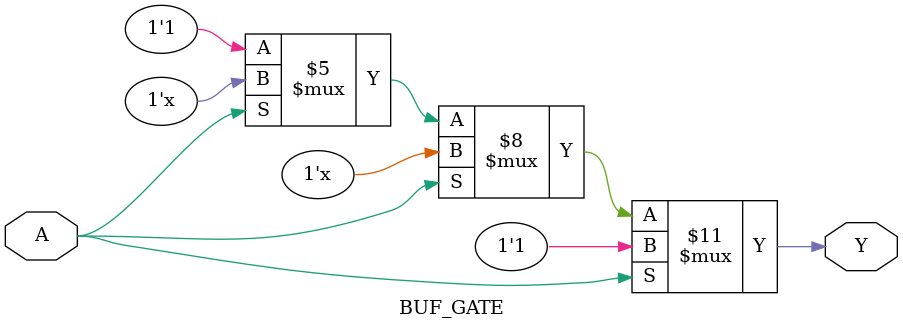
<source format=v>
module BUF_GATE (output reg Y, input A); //declaring module,  and the port list.
always @ (A) begin                  
    if (A == 1'b1 ) begin                //states that if  A is 1
        Y = 1'b1;                        // then Y has to be 1
    end
    else if (A == 1'b0) begin            //states that if  A is 0
       Y = 1'b1;                         // then Y has to be 0
end
end
endmodule                                //used to terminate the mo

</source>
